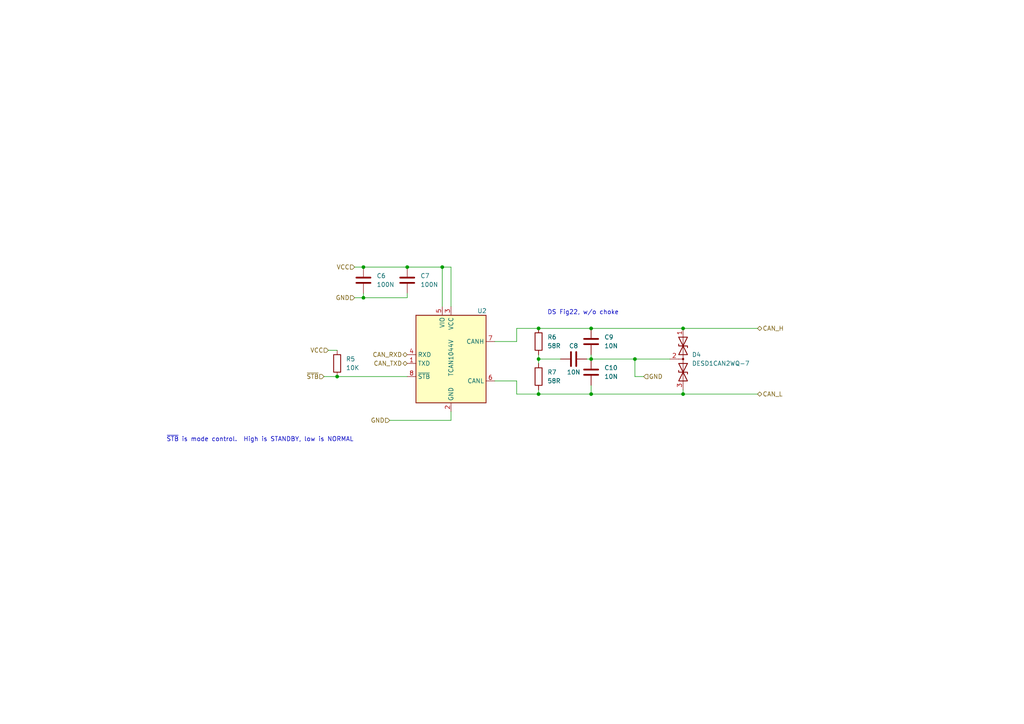
<source format=kicad_sch>
(kicad_sch (version 20230121) (generator eeschema)
  (paper "A4")
  (lib_symbols
    (symbol "Device:C" (pin_numbers hide) (pin_names (offset 0.254))
      (property "Reference" "C" (at 0.635 2.54 0))
      (property "Value" "C" (at 0.635 -2.54 0))
      (symbol "C_0_1"
        (polyline (pts (xy -2.032 -0.762) (xy 2.032 -0.762)) (stroke (width 0.508)))
        (polyline (pts (xy -2.032 0.762) (xy 2.032 0.762)) (stroke (width 0.508)))
      )
      (symbol "C_1_1"
        (pin passive line (at 0 3.81 270) (length 2.794) (name "~") (number "1"))
        (pin passive line (at 0 -3.81 90) (length 2.794) (name "~") (number "2"))
      )
    )
    (symbol "Device:D_TVS_Dual_ACA" (pin_names (offset 1.016) hide)
      (property "Reference" "D" (at 0 4.445 0))
      (property "Value" "D_TVS_Dual_ACA" (at 0 2.54 0))
      (symbol "D_TVS_Dual_ACA_0_0"
        (polyline (pts (xy -6.35 -1.27) (xy -1.27 1.27) (xy -1.27 -1.27) (xy -6.35 1.27) (xy -6.35 -1.27)) (stroke (width 0.254)))
        (polyline (pts (xy 1.27 1.27) (xy 1.27 -1.27) (xy 6.35 1.27) (xy 6.35 -1.27) (xy 1.27 1.27)) (stroke (width 0.254)))
      )
      (symbol "D_TVS_Dual_ACA_0_1"
        (polyline (pts (xy -6.35 0) (xy 6.35 0)))
        (polyline (pts (xy 0 0) (xy 0 -1.27)))
        (polyline (pts (xy -3.302 1.27) (xy -3.81 1.27) (xy -3.81 -1.27) (xy -4.318 -1.27)) (stroke (width 0.254)))
        (polyline (pts (xy 4.318 1.27) (xy 3.81 1.27) (xy 3.81 -1.27) (xy 3.302 -1.27)) (stroke (width 0.254)))
        (circle (center 0 0) (radius 0.254) (fill (type outline)))
      )
      (symbol "D_TVS_Dual_ACA_1_1"
        (pin passive line (at -8.89 0 0) (length 2.54) (name "A1") (number "1"))
        (pin input line (at 0 -3.81 90) (length 2.54) (name "common") (number "2"))
        (pin passive line (at 8.89 0 180) (length 2.54) (name "A2") (number "3"))
      )
    )
    (symbol "Device:R" (pin_numbers hide) (pin_names (offset 0))
      (property "Reference" "R" (at 2.032 0 90))
      (property "Value" "R" (at 0 0 90))
      (symbol "R_0_1"
        (rectangle (start -1.016 -2.54) (end 1.016 2.54) (stroke (width 0.254)))
      )
      (symbol "R_1_1"
        (pin passive line (at 0 3.81 270) (length 1.27) (name "~") (number "1"))
        (pin passive line (at 0 -3.81 90) (length 1.27) (name "~") (number "2"))
      )
    )
    (symbol "william_can:TCAN1043xDxQ1"
      (property "Reference" "U" (at -10.16 13.97 0))
      (property "Value" "TCAN1044V" (at 3.81 13.97 0))
      (symbol "TCAN1043xDxQ1_0_1"
        (rectangle (start -10.16 12.7) (end 10.16 -12.7) (stroke (width 0.254)) (fill (type background)))
      )
      (symbol "TCAN1043xDxQ1_1_1"
        (pin input line (at -12.7 -1.27 0) (length 2.54) (name "TXD") (number "1"))
        (pin power_in line (at 0 -15.24 90) (length 2.54) (name "GND") (number "2"))
        (pin power_in line (at 0 15.24 270) (length 2.54) (name "VCC") (number "3"))
        (pin output line (at -12.7 1.27 0) (length 2.54) (name "RXD") (number "4"))
        (pin power_in line (at -2.54 15.24 270) (length 2.54) (name "VIO") (number "5"))
        (pin bidirectional line (at 12.7 -6.35 180) (length 2.54) (name "CANL") (number "6"))
        (pin bidirectional line (at 12.7 5.08 180) (length 2.54) (name "CANH") (number "7"))
        (pin input line (at -12.7 -5.08 0) (length 2.54) (name "~{STB}") (number "8"))
      )
    )
  )
  (junction (at 198.12 95.25))
  (junction (at 105.41 86.36))
  (junction (at 171.45 114.3))
  (junction (at 171.45 95.25))
  (junction (at 105.41 77.47))
  (junction (at 184.15 104.14))
  (junction (at 118.11 77.47))
  (junction (at 156.21 114.3))
  (junction (at 156.21 95.25))
  (junction (at 128.27 77.47))
  (junction (at 97.79 109.22))
  (junction (at 171.45 104.14))
  (junction (at 156.21 104.14))
  (junction (at 198.12 114.3))
  (wire (pts (xy 113.03 121.92) (xy 130.81 121.92)))
  (wire (pts (xy 156.21 102.87) (xy 156.21 104.14)))
  (wire (pts (xy 198.12 95.25) (xy 219.71 95.25)))
  (wire (pts (xy 171.45 104.14) (xy 170.18 104.14)))
  (wire (pts (xy 186.69 109.22) (xy 184.15 109.22)))
  (wire (pts (xy 149.86 114.3) (xy 156.21 114.3)))
  (wire (pts (xy 95.25 101.6) (xy 97.79 101.6)))
  (wire (pts (xy 171.45 104.14) (xy 184.15 104.14)))
  (wire (pts (xy 118.11 77.47) (xy 128.27 77.47)))
  (wire (pts (xy 156.21 104.14) (xy 156.21 105.41)))
  (wire (pts (xy 105.41 86.36) (xy 105.41 85.09)))
  (wire (pts (xy 149.86 95.25) (xy 156.21 95.25)))
  (wire (pts (xy 93.98 109.22) (xy 97.79 109.22)))
  (wire (pts (xy 156.21 95.25) (xy 171.45 95.25)))
  (wire (pts (xy 184.15 109.22) (xy 184.15 104.14)))
  (wire (pts (xy 149.86 99.06) (xy 149.86 95.25)))
  (wire (pts (xy 130.81 77.47) (xy 130.81 88.9)))
  (wire (pts (xy 143.51 99.06) (xy 149.86 99.06)))
  (wire (pts (xy 171.45 95.25) (xy 198.12 95.25)))
  (wire (pts (xy 118.11 86.36) (xy 118.11 85.09)))
  (wire (pts (xy 171.45 114.3) (xy 198.12 114.3)))
  (wire (pts (xy 156.21 114.3) (xy 171.45 114.3)))
  (wire (pts (xy 105.41 86.36) (xy 118.11 86.36)))
  (wire (pts (xy 105.41 77.47) (xy 118.11 77.47)))
  (wire (pts (xy 128.27 77.47) (xy 128.27 88.9)))
  (wire (pts (xy 184.15 104.14) (xy 194.31 104.14)))
  (wire (pts (xy 156.21 114.3) (xy 156.21 113.03)))
  (wire (pts (xy 171.45 102.87) (xy 171.45 104.14)))
  (wire (pts (xy 130.81 121.92) (xy 130.81 119.38)))
  (wire (pts (xy 198.12 114.3) (xy 198.12 113.03)))
  (wire (pts (xy 149.86 110.49) (xy 149.86 114.3)))
  (wire (pts (xy 198.12 114.3) (xy 219.71 114.3)))
  (wire (pts (xy 171.45 111.76) (xy 171.45 114.3)))
  (wire (pts (xy 102.87 77.47) (xy 105.41 77.47)))
  (wire (pts (xy 97.79 109.22) (xy 118.11 109.22)))
  (wire (pts (xy 149.86 110.49) (xy 143.51 110.49)))
  (wire (pts (xy 128.27 77.47) (xy 130.81 77.47)))
  (wire (pts (xy 102.87 86.36) (xy 105.41 86.36)))
  (wire (pts (xy 156.21 104.14) (xy 162.56 104.14)))
  (text "~{STB} is mode control.  High is STANDBY, low is NORMAL" (at 48.26 128.27 0) (effects (font (size 1.27 1.27)) (justify left bottom)))
  (text "DS Fig22, w/o choke" (at 158.75 91.44 0) (effects (font (size 1.27 1.27)) (justify left bottom)))
  (hierarchical_label "CAN_TXD" (shape bidirectional) (at 118.11 105.41 180))
  (hierarchical_label "CAN_H" (shape bidirectional) (at 219.71 95.25 0))
  (hierarchical_label "GND" (shape input) (at 186.69 109.22 0))
  (hierarchical_label "VCC" (shape input) (at 102.87 77.47 180))
  (hierarchical_label "CAN_L" (shape bidirectional) (at 219.71 114.3 0))
  (hierarchical_label "GND" (shape input) (at 113.03 121.92 180))
  (hierarchical_label "CAN_RXD" (shape bidirectional) (at 118.11 102.87 180))
  (hierarchical_label "GND" (shape input) (at 102.87 86.36 180))
  (hierarchical_label "~{STB}" (shape input) (at 93.98 109.22 180))
  (hierarchical_label "VCC" (shape input) (at 95.25 101.6 180))
  (symbol (lib_id "Device:R") (at 97.79 105.41 0) (unit 1)
    (property "Reference" "R5" (at 100.33 104.14 0) (effects (justify left)))
    (property "Value" "10K" (at 100.33 106.68 0) (effects (justify left)))
    (property "Footprint" "Resistor_SMD:R_0603_1608Metric" (effects hide))
  )
  (symbol (lib_id "Device:C") (at 105.41 81.28 0) (unit 1)
    (property "Reference" "C6" (at 109.22 80.01 0) (effects (justify left)))
    (property "Value" "100N" (at 109.22 82.55 0) (effects (justify left)))
    (property "Footprint" "Capacitor_SMD:C_0603_1608Metric" (effects hide))
  )
  (symbol (lib_id "Device:C") (at 171.45 99.06 0) (unit 1)
    (property "Reference" "C9" (at 175.26 97.79 0) (effects (justify left)))
    (property "Value" "10N" (at 175.26 100.33 0) (effects (justify left)))
    (property "Footprint" "Capacitor_SMD:C_0603_1608Metric" (effects hide))
  )
  (symbol (lib_id "Device:D_TVS_Dual_ACA") (at 198.12 104.14 270) (unit 1)
    (property "Reference" "D4" (at 200.66 102.87 90) (effects (justify left)))
    (property "Value" "DESD1CAN2WQ-7" (at 200.66 105.41 90) (effects (justify left)))
    (property "Footprint" "Package_TO_SOT_SMD:SOT-323_SC-70" (effects hide))
  )
  (symbol (lib_id "Device:C") (at 166.37 104.14 90) (unit 1)
    (property "Reference" "C8" (at 166.37 100.33 90))
    (property "Value" "10N" (at 166.37 107.95 90))
    (property "Footprint" "Capacitor_SMD:C_0603_1608Metric" (effects hide))
  )
  (symbol (lib_id "Device:C") (at 171.45 107.95 0) (unit 1)
    (property "Reference" "C10" (at 175.26 106.68 0) (effects (justify left)))
    (property "Value" "10N" (at 175.26 109.22 0) (effects (justify left)))
    (property "Footprint" "Capacitor_SMD:C_0603_1608Metric" (effects hide))
  )
  (symbol (lib_id "william_can:TCAN1043xDxQ1") (at 130.81 104.14 0) (unit 1)
    (property "Reference" "U2" (at 138.43 90.17 0) (effects (justify left)))
    (property "Value" "TCAN1044V" (at 130.81 109.22 90) (effects (justify left)))
    (property "Footprint" "Package_TO_SOT_SMD:SuperSOT-8" (effects hide))
    (property "Datasheet" "https://www.ti.com/lit/ds/symlink/tcan1044v.pdf" (effects hide))
  )
  (symbol (lib_id "Device:R") (at 156.21 99.06 0) (unit 1)
    (property "Reference" "R6" (at 158.75 97.79 0) (effects (justify left)))
    (property "Value" "58R" (at 158.75 100.33 0) (effects (justify left)))
    (property "Footprint" "Resistor_SMD:R_0603_1608Metric" (effects hide))
  )
  (symbol (lib_id "Device:C") (at 118.11 81.28 0) (unit 1)
    (property "Reference" "C7" (at 121.92 80.01 0) (effects (justify left)))
    (property "Value" "100N" (at 121.92 82.55 0) (effects (justify left)))
    (property "Footprint" "Capacitor_SMD:C_0603_1608Metric" (effects hide))
  )
  (symbol (lib_id "Device:R") (at 156.21 109.22 0) (unit 1)
    (property "Reference" "R7" (at 158.75 107.95 0) (effects (justify left)))
    (property "Value" "58R" (at 158.75 110.49 0) (effects (justify left)))
    (property "Footprint" "Resistor_SMD:R_0603_1608Metric" (effects hide))
  )
)
</source>
